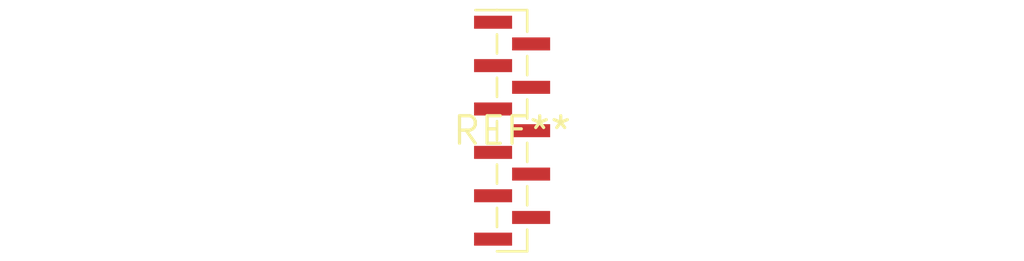
<source format=kicad_pcb>
(kicad_pcb (version 20240108) (generator pcbnew)
  (layers (0 "F.Cu" signal) (31 "B.Cu" signal) (34 "B.Paste" user) (35 "F.Paste" user) (36 "B.SilkS" user "B.Silkscreen") (37 "F.SilkS" user "F.Silkscreen") (38 "B.Mask" user) (39 "F.Mask" user) (44 "Edge.Cuts" user))
  (net 0 "")
  (footprint "PinHeader_1x11_P1.00mm_Vertical_SMD_Pin1Left" (layer "F.Cu") (at 0 0)
    (property "Reference" "REF**")
    (property "Value" "PinHeader_1x11_P1.00mm_Vertical_SMD_Pin1Left")
    (fp_line (start -0.695 -5.56) (end -1.69 -5.56) (layer "F.SilkS") (stroke (width 0.12)))
    (fp_line (start -0.695 -5.56) (end -0.695 -5.56) (layer "F.SilkS") (stroke (width 0.12)))
    (fp_line (start -0.695 -5.56) (end 0.695 -5.56) (layer "F.SilkS") (stroke (width 0.12)))
    (fp_line (start -0.695 -4.44) (end -0.695 -3.56) (layer "F.SilkS") (stroke (width 0.12)))
    (fp_line (start -0.695 -2.44) (end -0.695 -1.56) (layer "F.SilkS") (stroke (width 0.12)))
    (fp_line (start -0.695 -0.44) (end -0.695 0.44) (layer "F.SilkS") (stroke (width 0.12)))
    (fp_line (start -0.695 1.56) (end -0.695 2.44) (layer "F.SilkS") (stroke (width 0.12)))
    (fp_line (start -0.695 3.56) (end -0.695 4.44) (layer "F.SilkS") (stroke (width 0.12)))
    (fp_line (start -0.695 5.56) (end 0.695 5.56) (layer "F.SilkS") (stroke (width 0.12)))
    (fp_line (start 0.695 -5.56) (end 0.695 -4.56) (layer "F.SilkS") (stroke (width 0.12)))
    (fp_line (start 0.695 -3.44) (end 0.695 -2.56) (layer "F.SilkS") (stroke (width 0.12)))
    (fp_line (start 0.695 -1.44) (end 0.695 -0.56) (layer "F.SilkS") (stroke (width 0.12)))
    (fp_line (start 0.695 0.56) (end 0.695 1.44) (layer "F.SilkS") (stroke (width 0.12)))
    (fp_line (start 0.695 2.56) (end 0.695 3.44) (layer "F.SilkS") (stroke (width 0.12)))
    (fp_line (start 0.695 4.56) (end 0.695 5.56) (layer "F.SilkS") (stroke (width 0.12)))
    (fp_line (start 0.695 5.56) (end 0.695 5.56) (layer "F.SilkS") (stroke (width 0.12)))
    (pad "1" smd rect (at -0.875 -5) (size 1.75 0.6) (layers "F.Cu" "F.Paste" "F.Mask"))
    (pad "2" smd rect (at 0.875 -4) (size 1.75 0.6) (layers "F.Cu" "F.Paste" "F.Mask"))
    (pad "3" smd rect (at -0.875 -3) (size 1.75 0.6) (layers "F.Cu" "F.Paste" "F.Mask"))
    (pad "4" smd rect (at 0.875 -2) (size 1.75 0.6) (layers "F.Cu" "F.Paste" "F.Mask"))
    (pad "5" smd rect (at -0.875 -1) (size 1.75 0.6) (layers "F.Cu" "F.Paste" "F.Mask"))
    (pad "6" smd rect (at 0.875 0) (size 1.75 0.6) (layers "F.Cu" "F.Paste" "F.Mask"))
    (pad "7" smd rect (at -0.875 1) (size 1.75 0.6) (layers "F.Cu" "F.Paste" "F.Mask"))
    (pad "8" smd rect (at 0.875 2) (size 1.75 0.6) (layers "F.Cu" "F.Paste" "F.Mask"))
    (pad "9" smd rect (at -0.875 3) (size 1.75 0.6) (layers "F.Cu" "F.Paste" "F.Mask"))
    (pad "10" smd rect (at 0.875 4) (size 1.75 0.6) (layers "F.Cu" "F.Paste" "F.Mask"))
    (pad "11" smd rect (at -0.875 5) (size 1.75 0.6) (layers "F.Cu" "F.Paste" "F.Mask"))
  )
)
</source>
